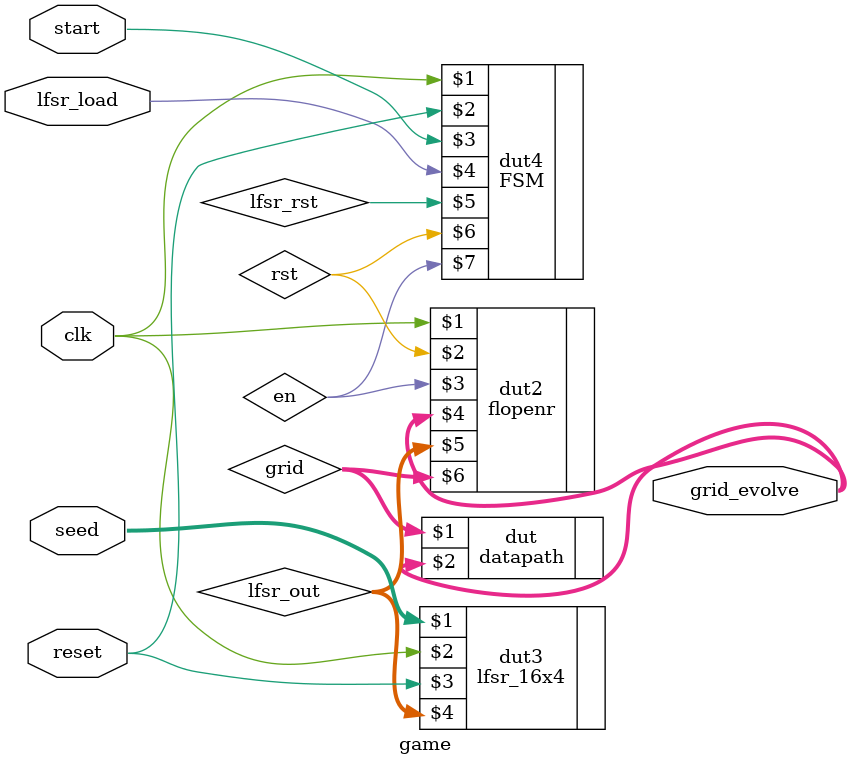
<source format=sv>
module game(input logic clk, reset, start, lfsr_load, input logic [63:0]seed, output logic [63:0]grid_evolve);

logic [63:0] grid, lfsr_out; 
logic lfsr_rst, rst, en; 

    datapath dut( grid, grid_evolve );

    flopenr #(64)dut2 (clk, rst, en, grid_evolve, lfsr_out, grid);

    lfsr_16x4 dut3 (seed, clk, reset, lfsr_out);

    FSM dut4 (clk, reset, start, lfsr_load, lfsr_rst, rst, en);

endmodule


</source>
